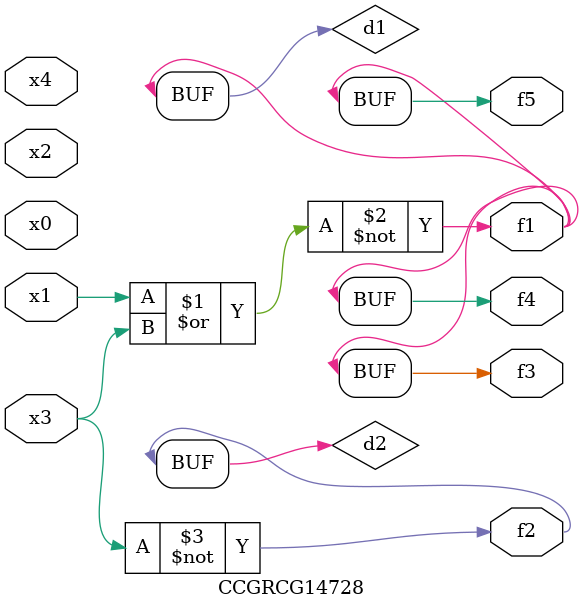
<source format=v>
module CCGRCG14728(
	input x0, x1, x2, x3, x4,
	output f1, f2, f3, f4, f5
);

	wire d1, d2;

	nor (d1, x1, x3);
	not (d2, x3);
	assign f1 = d1;
	assign f2 = d2;
	assign f3 = d1;
	assign f4 = d1;
	assign f5 = d1;
endmodule

</source>
